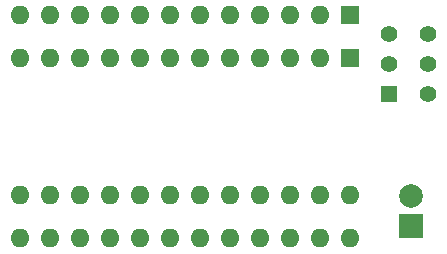
<source format=gbr>
%TF.GenerationSoftware,KiCad,Pcbnew,(7.0.0-0)*%
%TF.CreationDate,2024-02-02T16:24:01+09:00*%
%TF.ProjectId,A2Dead-Test-Switcher_V1.2_OS.kicad_X8_pcb,41324465-6164-42d5-9465-73742d537769,rev?*%
%TF.SameCoordinates,Original*%
%TF.FileFunction,Soldermask,Bot*%
%TF.FilePolarity,Negative*%
%FSLAX46Y46*%
G04 Gerber Fmt 4.6, Leading zero omitted, Abs format (unit mm)*
G04 Created by KiCad (PCBNEW (7.0.0-0)) date 2024-02-02 16:24:01*
%MOMM*%
%LPD*%
G01*
G04 APERTURE LIST*
%ADD10R,1.600000X1.600000*%
%ADD11O,1.600000X1.600000*%
%ADD12R,1.400000X1.400000*%
%ADD13C,1.400000*%
%ADD14R,2.000000X2.000000*%
%ADD15C,2.000000*%
G04 APERTURE END LIST*
D10*
%TO.C,U2*%
X133532699Y-121619499D03*
D11*
X130992699Y-121619499D03*
X128452699Y-121619499D03*
X125912699Y-121619499D03*
X123372699Y-121619499D03*
X120832699Y-121619499D03*
X118292699Y-121619499D03*
X115752699Y-121619499D03*
X113212699Y-121619499D03*
X110672699Y-121619499D03*
X108132699Y-121619499D03*
X105592699Y-121619499D03*
X105592699Y-136859499D03*
X108132699Y-136859499D03*
X110672699Y-136859499D03*
X113212699Y-136859499D03*
X115752699Y-136859499D03*
X118292699Y-136859499D03*
X120832699Y-136859499D03*
X123372699Y-136859499D03*
X125912699Y-136859499D03*
X128452699Y-136859499D03*
X130992699Y-136859499D03*
X133532699Y-136859499D03*
%TD*%
D12*
%TO.C,SW1*%
X136834699Y-124585499D03*
D13*
X136834700Y-122085500D03*
X136834700Y-119585500D03*
X140134700Y-124585500D03*
X140134700Y-122085500D03*
X140134700Y-119585500D03*
%TD*%
D14*
%TO.C,D1*%
X138652699Y-135841499D03*
D15*
X138652700Y-133301500D03*
%TD*%
D10*
%TO.C,U3*%
X133532699Y-117934499D03*
D11*
X130992699Y-117934499D03*
X128452699Y-117934499D03*
X125912699Y-117934499D03*
X123372699Y-117934499D03*
X120832699Y-117934499D03*
X118292699Y-117934499D03*
X115752699Y-117934499D03*
X113212699Y-117934499D03*
X110672699Y-117934499D03*
X108132699Y-117934499D03*
X105592699Y-117934499D03*
X105592699Y-133174499D03*
X108132699Y-133174499D03*
X110672699Y-133174499D03*
X113212699Y-133174499D03*
X115752699Y-133174499D03*
X118292699Y-133174499D03*
X120832699Y-133174499D03*
X123372699Y-133174499D03*
X125912699Y-133174499D03*
X128452699Y-133174499D03*
X130992699Y-133174499D03*
X133532699Y-133174499D03*
%TD*%
M02*

</source>
